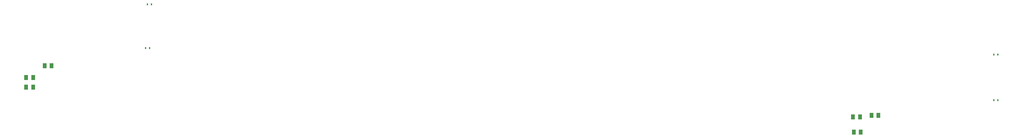
<source format=gbr>
%TF.GenerationSoftware,KiCad,Pcbnew,(6.0.10)*%
%TF.CreationDate,2023-03-07T15:46:30-03:00*%
%TF.ProjectId,PCB_Hbridge,5043425f-4862-4726-9964-67652e6b6963,rev?*%
%TF.SameCoordinates,Original*%
%TF.FileFunction,Paste,Bot*%
%TF.FilePolarity,Positive*%
%FSLAX46Y46*%
G04 Gerber Fmt 4.6, Leading zero omitted, Abs format (unit mm)*
G04 Created by KiCad (PCBNEW (6.0.10)) date 2023-03-07 15:46:30*
%MOMM*%
%LPD*%
G01*
G04 APERTURE LIST*
%ADD10R,0.420000X0.620000*%
%ADD11R,1.000000X1.400000*%
G04 APERTURE END LIST*
D10*
%TO.C,C27*%
X318516000Y-135128000D03*
X317416000Y-135128000D03*
%TD*%
%TO.C,C25*%
X87672000Y-108966000D03*
X86572000Y-108966000D03*
%TD*%
D11*
%TO.C,R9*%
X285938000Y-139293600D03*
X284038000Y-139293600D03*
%TD*%
%TO.C,R7*%
X60386000Y-125730000D03*
X58486000Y-125730000D03*
%TD*%
%TO.C,R50*%
X55372000Y-128970000D03*
X53472000Y-128970000D03*
%TD*%
%TO.C,R11*%
X280924000Y-139700000D03*
X279024000Y-139700000D03*
%TD*%
D10*
%TO.C,C29*%
X318558000Y-122682000D03*
X317458000Y-122682000D03*
%TD*%
D11*
%TO.C,R10*%
X281112000Y-143865600D03*
X279212000Y-143865600D03*
%TD*%
D10*
%TO.C,C23*%
X87164000Y-120904000D03*
X86064000Y-120904000D03*
%TD*%
D11*
%TO.C,R8*%
X55372000Y-131572000D03*
X53472000Y-131572000D03*
%TD*%
M02*

</source>
